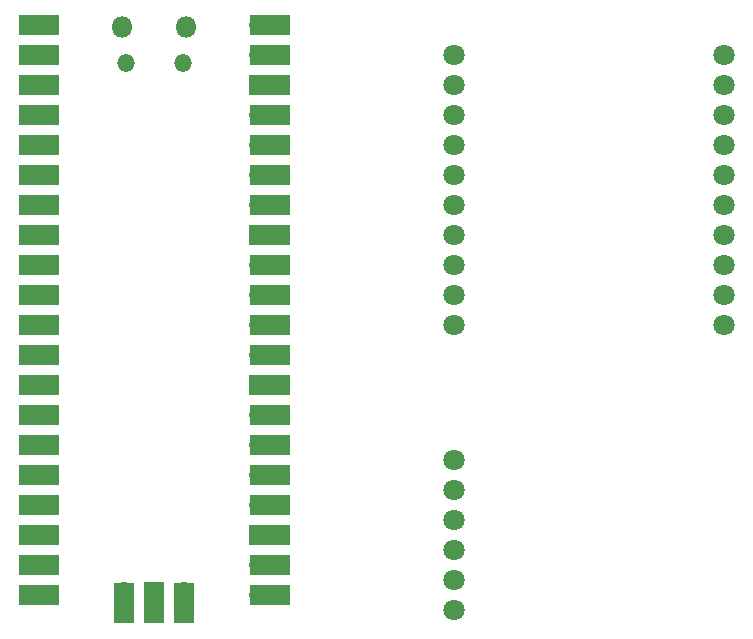
<source format=gts>
%TF.GenerationSoftware,KiCad,Pcbnew,7.0.7*%
%TF.CreationDate,2024-07-07T09:26:09+01:00*%
%TF.ProjectId,PCB,5043422e-6b69-4636-9164-5f7063625858,rev?*%
%TF.SameCoordinates,Original*%
%TF.FileFunction,Soldermask,Top*%
%TF.FilePolarity,Negative*%
%FSLAX46Y46*%
G04 Gerber Fmt 4.6, Leading zero omitted, Abs format (unit mm)*
G04 Created by KiCad (PCBNEW 7.0.7) date 2024-07-07 09:26:09*
%MOMM*%
%LPD*%
G01*
G04 APERTURE LIST*
%ADD10O,1.800000X1.800000*%
%ADD11O,1.500000X1.500000*%
%ADD12O,1.700000X1.700000*%
%ADD13R,3.500000X1.700000*%
%ADD14R,1.700000X1.700000*%
%ADD15R,1.700000X3.500000*%
%ADD16C,1.800000*%
G04 APERTURE END LIST*
D10*
%TO.C,U1*%
X112845000Y-78870000D03*
D11*
X113145000Y-81900000D03*
X117995000Y-81900000D03*
D10*
X118295000Y-78870000D03*
D12*
X106680000Y-78740000D03*
D13*
X105780000Y-78740000D03*
D12*
X106680000Y-81280000D03*
D13*
X105780000Y-81280000D03*
D14*
X106680000Y-83820000D03*
D13*
X105780000Y-83820000D03*
D12*
X106680000Y-86360000D03*
D13*
X105780000Y-86360000D03*
D12*
X106680000Y-88900000D03*
D13*
X105780000Y-88900000D03*
D12*
X106680000Y-91440000D03*
D13*
X105780000Y-91440000D03*
D12*
X106680000Y-93980000D03*
D13*
X105780000Y-93980000D03*
D14*
X106680000Y-96520000D03*
D13*
X105780000Y-96520000D03*
D12*
X106680000Y-99060000D03*
D13*
X105780000Y-99060000D03*
D12*
X106680000Y-101600000D03*
D13*
X105780000Y-101600000D03*
D12*
X106680000Y-104140000D03*
D13*
X105780000Y-104140000D03*
D12*
X106680000Y-106680000D03*
D13*
X105780000Y-106680000D03*
D14*
X106680000Y-109220000D03*
D13*
X105780000Y-109220000D03*
D12*
X106680000Y-111760000D03*
D13*
X105780000Y-111760000D03*
D12*
X106680000Y-114300000D03*
D13*
X105780000Y-114300000D03*
D12*
X106680000Y-116840000D03*
D13*
X105780000Y-116840000D03*
D12*
X106680000Y-119380000D03*
D13*
X105780000Y-119380000D03*
D14*
X106680000Y-121920000D03*
D13*
X105780000Y-121920000D03*
D12*
X106680000Y-124460000D03*
D13*
X105780000Y-124460000D03*
D12*
X106680000Y-127000000D03*
D13*
X105780000Y-127000000D03*
D12*
X124460000Y-127000000D03*
D13*
X125360000Y-127000000D03*
D12*
X124460000Y-124460000D03*
D13*
X125360000Y-124460000D03*
D14*
X124460000Y-121920000D03*
D13*
X125360000Y-121920000D03*
D12*
X124460000Y-119380000D03*
D13*
X125360000Y-119380000D03*
D12*
X124460000Y-116840000D03*
D13*
X125360000Y-116840000D03*
D12*
X124460000Y-114300000D03*
D13*
X125360000Y-114300000D03*
D12*
X124460000Y-111760000D03*
D13*
X125360000Y-111760000D03*
D14*
X124460000Y-109220000D03*
D13*
X125360000Y-109220000D03*
D12*
X124460000Y-106680000D03*
D13*
X125360000Y-106680000D03*
D12*
X124460000Y-104140000D03*
D13*
X125360000Y-104140000D03*
D12*
X124460000Y-101600000D03*
D13*
X125360000Y-101600000D03*
D12*
X124460000Y-99060000D03*
D13*
X125360000Y-99060000D03*
D14*
X124460000Y-96520000D03*
D13*
X125360000Y-96520000D03*
D12*
X124460000Y-93980000D03*
D13*
X125360000Y-93980000D03*
D12*
X124460000Y-91440000D03*
D13*
X125360000Y-91440000D03*
D12*
X124460000Y-88900000D03*
D13*
X125360000Y-88900000D03*
D12*
X124460000Y-86360000D03*
D13*
X125360000Y-86360000D03*
D14*
X124460000Y-83820000D03*
D13*
X125360000Y-83820000D03*
D12*
X124460000Y-81280000D03*
D13*
X125360000Y-81280000D03*
D12*
X124460000Y-78740000D03*
D13*
X125360000Y-78740000D03*
D12*
X113030000Y-126770000D03*
D15*
X113030000Y-127670000D03*
D14*
X115570000Y-126770000D03*
D15*
X115570000Y-127670000D03*
D12*
X118110000Y-126770000D03*
D15*
X118110000Y-127670000D03*
%TD*%
D16*
%TO.C,U3*%
X140970000Y-115570000D03*
X140970000Y-118110000D03*
X140970000Y-120650000D03*
X140970000Y-123190000D03*
X140970000Y-125730000D03*
X140970000Y-128270000D03*
%TD*%
%TO.C,U2*%
X140970000Y-81280000D03*
X140970000Y-83820000D03*
X140970000Y-86360000D03*
X140970000Y-88900000D03*
X140970000Y-91440000D03*
X140970000Y-93980000D03*
X140970000Y-96520000D03*
X140970000Y-99060000D03*
X140970000Y-101600000D03*
X140970000Y-104140000D03*
X163830000Y-81280000D03*
X163830000Y-83820000D03*
X163830000Y-86360000D03*
X163830000Y-88900000D03*
X163830000Y-91440000D03*
X163830000Y-93980000D03*
X163830000Y-96520000D03*
X163830000Y-99060000D03*
X163830000Y-101600000D03*
X163830000Y-104140000D03*
%TD*%
M02*

</source>
